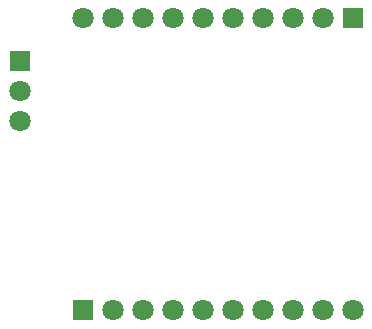
<source format=gbs>
G04*
G04 #@! TF.GenerationSoftware,Altium Limited,Altium Designer,19.0.10 (269)*
G04*
G04 Layer_Color=16711935*
%FSTAX25Y25*%
%MOIN*%
G70*
G01*
G75*
%ADD53C,0.07099*%
%ADD54R,0.07099X0.07099*%
%ADD55R,0.07099X0.07099*%
D53*
X02305Y0163D02*
D03*
Y0173D02*
D03*
X02615Y01D02*
D03*
X02815D02*
D03*
X02915D02*
D03*
X03015D02*
D03*
X03115D02*
D03*
X03215D02*
D03*
X03315D02*
D03*
X03415D02*
D03*
X02715D02*
D03*
X03215Y01975D02*
D03*
X02515D02*
D03*
X02615D02*
D03*
X02715D02*
D03*
X02815D02*
D03*
X02915D02*
D03*
X03015D02*
D03*
X03115D02*
D03*
X03315D02*
D03*
D54*
X02305Y0183D02*
D03*
D55*
X02515Y01D02*
D03*
X03415Y01975D02*
D03*
M02*

</source>
